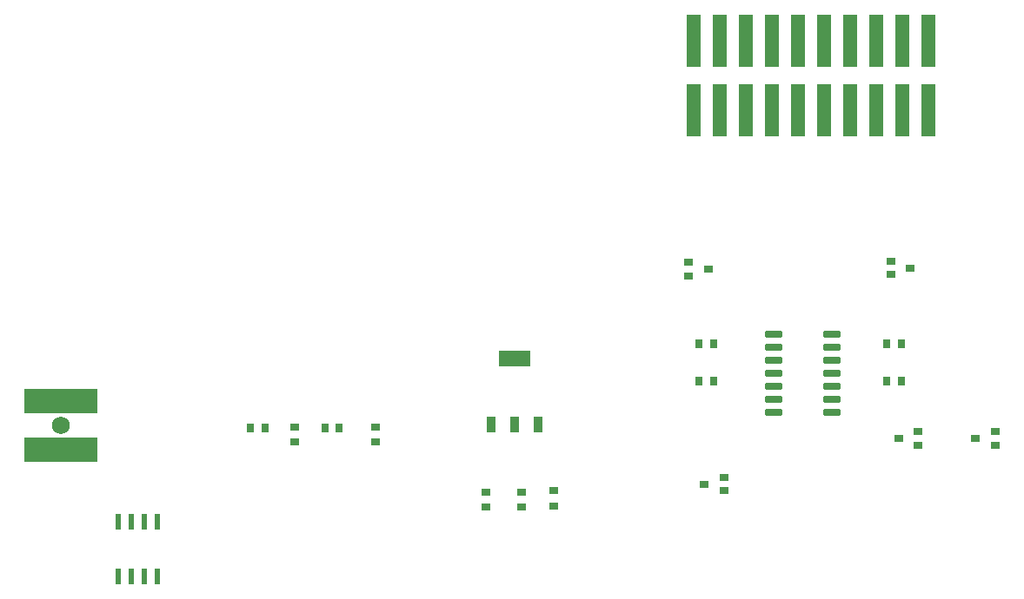
<source format=gbr>
%TF.GenerationSoftware,Altium Limited,Altium Designer,19.1.9 (167)*%
G04 Layer_Color=8421504*
%FSLAX26Y26*%
%MOIN*%
%TF.FileFunction,Paste,Top*%
%TF.Part,Single*%
G01*
G75*
%TA.AperFunction,SMDPad,CuDef*%
%ADD11R,0.035433X0.027559*%
%ADD12R,0.027559X0.035433*%
%ADD13R,0.033000X0.063000*%
%ADD14R,0.122000X0.063000*%
%ADD15C,0.067992*%
%ADD16R,0.280000X0.092992*%
%ADD17R,0.024000X0.061000*%
%ADD18R,0.052000X0.204000*%
%ADD19R,0.035433X0.031496*%
%ADD20R,0.031496X0.035433*%
G04:AMPARAMS|DCode=21|XSize=25.591mil|YSize=64.961mil|CornerRadius=1.919mil|HoleSize=0mil|Usage=FLASHONLY|Rotation=270.000|XOffset=0mil|YOffset=0mil|HoleType=Round|Shape=RoundedRectangle|*
%AMROUNDEDRECTD21*
21,1,0.025591,0.061122,0,0,270.0*
21,1,0.021752,0.064961,0,0,270.0*
1,1,0.003839,-0.030561,-0.010876*
1,1,0.003839,-0.030561,0.010876*
1,1,0.003839,0.030561,0.010876*
1,1,0.003839,0.030561,-0.010876*
%
%ADD21ROUNDEDRECTD21*%
D11*
X1495000Y915472D02*
D03*
Y974528D02*
D03*
X2180000Y670472D02*
D03*
Y729528D02*
D03*
X2055000Y724528D02*
D03*
Y665472D02*
D03*
X1920000Y724528D02*
D03*
Y665472D02*
D03*
X2697598Y1605591D02*
D03*
Y1554409D02*
D03*
X2772402Y1580000D02*
D03*
X3872402Y904409D02*
D03*
Y955591D02*
D03*
X3797598Y930000D02*
D03*
X3577402Y904409D02*
D03*
Y955591D02*
D03*
X3502598Y930000D02*
D03*
X3472598Y1610591D02*
D03*
Y1559409D02*
D03*
X3547402Y1585000D02*
D03*
X2832402Y729409D02*
D03*
Y780591D02*
D03*
X2757598Y755000D02*
D03*
D12*
X3514528Y1150000D02*
D03*
X3455472D02*
D03*
Y1295000D02*
D03*
X3514528D02*
D03*
X2735472Y1295000D02*
D03*
X2794528D02*
D03*
Y1150000D02*
D03*
X2735472D02*
D03*
X1074527Y970000D02*
D03*
X1015472D02*
D03*
D13*
X1939449Y984000D02*
D03*
X2030000D02*
D03*
X2120551D02*
D03*
D14*
X2030000Y1236000D02*
D03*
D15*
X290000Y980000D02*
D03*
D16*
Y1074016D02*
D03*
Y885984D02*
D03*
D17*
X660000Y611299D02*
D03*
X610000D02*
D03*
X560000D02*
D03*
X510000D02*
D03*
Y398701D02*
D03*
X560000D02*
D03*
X610000D02*
D03*
X660000D02*
D03*
D18*
X3615000Y2458000D02*
D03*
Y2190000D02*
D03*
X3515000Y2458000D02*
D03*
Y2190000D02*
D03*
X3415000Y2458000D02*
D03*
Y2190000D02*
D03*
X3315000Y2458000D02*
D03*
Y2190000D02*
D03*
X3215000Y2458000D02*
D03*
Y2190000D02*
D03*
X3115000Y2458000D02*
D03*
Y2190000D02*
D03*
X3015000Y2458000D02*
D03*
Y2190000D02*
D03*
X2915000Y2458000D02*
D03*
Y2190000D02*
D03*
X2815000Y2458000D02*
D03*
Y2190000D02*
D03*
X2715000Y2458000D02*
D03*
Y2190000D02*
D03*
D19*
X1185000Y972560D02*
D03*
Y917440D02*
D03*
D20*
X1302440Y970000D02*
D03*
X1357560D02*
D03*
D21*
X3246221Y1030001D02*
D03*
Y1080001D02*
D03*
Y1130001D02*
D03*
Y1180001D02*
D03*
Y1230001D02*
D03*
Y1280001D02*
D03*
Y1330001D02*
D03*
X3023779Y1030001D02*
D03*
Y1080001D02*
D03*
Y1130001D02*
D03*
Y1180001D02*
D03*
Y1230001D02*
D03*
Y1280001D02*
D03*
Y1330001D02*
D03*
%TF.MD5,029b78e0e09bc50b73bd0e3cf181e9d1*%
M02*

</source>
